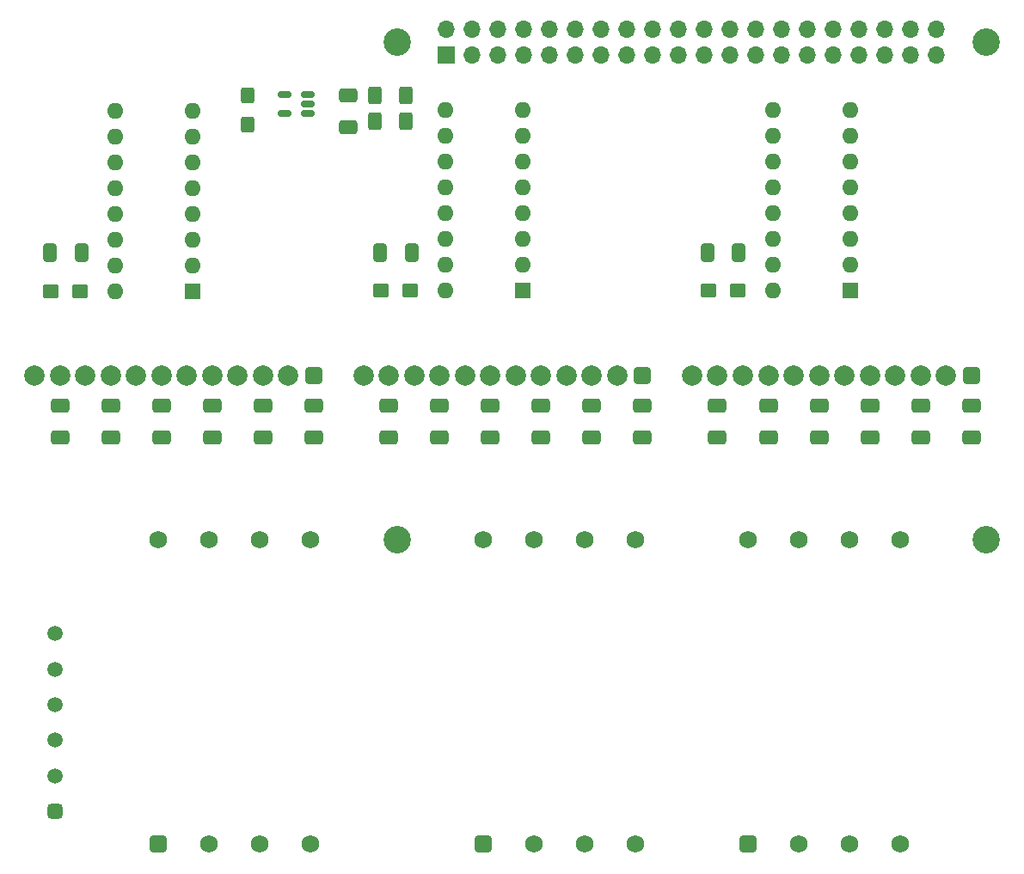
<source format=gbs>
G04 #@! TF.GenerationSoftware,KiCad,Pcbnew,(6.0.8)*
G04 #@! TF.CreationDate,2022-10-16T23:30:33+02:00*
G04 #@! TF.ProjectId,RPiWattMeterHatv3,52506957-6174-4744-9d65-746572486174,rev?*
G04 #@! TF.SameCoordinates,Original*
G04 #@! TF.FileFunction,Soldermask,Bot*
G04 #@! TF.FilePolarity,Negative*
%FSLAX45Y45*%
G04 Gerber Fmt 4.5, Leading zero omitted, Abs format (unit mm)*
G04 Created by KiCad (PCBNEW (6.0.8)) date 2022-10-16 23:30:33*
%MOMM*%
%LPD*%
G01*
G04 APERTURE LIST*
G04 Aperture macros list*
%AMRoundRect*
0 Rectangle with rounded corners*
0 $1 Rounding radius*
0 $2 $3 $4 $5 $6 $7 $8 $9 X,Y pos of 4 corners*
0 Add a 4 corners polygon primitive as box body*
4,1,4,$2,$3,$4,$5,$6,$7,$8,$9,$2,$3,0*
0 Add four circle primitives for the rounded corners*
1,1,$1+$1,$2,$3*
1,1,$1+$1,$4,$5*
1,1,$1+$1,$6,$7*
1,1,$1+$1,$8,$9*
0 Add four rect primitives between the rounded corners*
20,1,$1+$1,$2,$3,$4,$5,0*
20,1,$1+$1,$4,$5,$6,$7,0*
20,1,$1+$1,$6,$7,$8,$9,0*
20,1,$1+$1,$8,$9,$2,$3,0*%
G04 Aperture macros list end*
%ADD10RoundRect,0.250000X-0.425000X0.537500X-0.425000X-0.537500X0.425000X-0.537500X0.425000X0.537500X0*%
%ADD11RoundRect,0.250000X0.412500X0.650000X-0.412500X0.650000X-0.412500X-0.650000X0.412500X-0.650000X0*%
%ADD12RoundRect,0.250000X0.537500X0.425000X-0.537500X0.425000X-0.537500X-0.425000X0.537500X-0.425000X0*%
%ADD13R,1.600000X1.600000*%
%ADD14O,1.600000X1.600000*%
%ADD15C,1.750000*%
%ADD16RoundRect,0.437500X0.437500X-0.437500X0.437500X0.437500X-0.437500X0.437500X-0.437500X-0.437500X0*%
%ADD17RoundRect,0.437500X0.437500X0.437500X-0.437500X0.437500X-0.437500X-0.437500X0.437500X-0.437500X0*%
%ADD18C,2.000000*%
%ADD19RoundRect,0.250000X-0.650000X0.412500X-0.650000X-0.412500X0.650000X-0.412500X0.650000X0.412500X0*%
%ADD20RoundRect,0.250000X0.650000X-0.412500X0.650000X0.412500X-0.650000X0.412500X-0.650000X-0.412500X0*%
%ADD21C,2.700000*%
%ADD22C,1.500000*%
%ADD23RoundRect,0.375000X0.375000X-0.375000X0.375000X0.375000X-0.375000X0.375000X-0.375000X-0.375000X0*%
%ADD24O,1.700000X1.700000*%
%ADD25R,1.700000X1.700000*%
%ADD26RoundRect,0.150000X0.512500X0.150000X-0.512500X0.150000X-0.512500X-0.150000X0.512500X-0.150000X0*%
%ADD27RoundRect,0.250000X0.400000X0.625000X-0.400000X0.625000X-0.400000X-0.625000X0.400000X-0.625000X0*%
%ADD28RoundRect,0.250000X-0.400000X-0.625000X0.400000X-0.625000X0.400000X0.625000X-0.400000X0.625000X0*%
G04 APERTURE END LIST*
D10*
X8877000Y-5273250D03*
X8877000Y-5560750D03*
D11*
X7243250Y-6827000D03*
X6930750Y-6827000D03*
D12*
X13705750Y-7192000D03*
X13418250Y-7192000D03*
X10480750Y-7192000D03*
X10193250Y-7192000D03*
X7230750Y-7202000D03*
X6943250Y-7202000D03*
D13*
X11592000Y-7192000D03*
D14*
X11592000Y-6938000D03*
X11592000Y-6684000D03*
X11592000Y-6430000D03*
X11592000Y-6176000D03*
X11592000Y-5922000D03*
X11592000Y-5668000D03*
X11592000Y-5414000D03*
X10830000Y-5414000D03*
X10830000Y-5668000D03*
X10830000Y-5922000D03*
X10830000Y-6176000D03*
X10830000Y-6430000D03*
X10830000Y-6684000D03*
X10830000Y-6938000D03*
X10830000Y-7192000D03*
D15*
X11197000Y-9652000D03*
X11697000Y-9652000D03*
X12197000Y-9652000D03*
X12697000Y-9652000D03*
X12697000Y-12652000D03*
X12197000Y-12652000D03*
X11697000Y-12652000D03*
D16*
X11197000Y-12652000D03*
D17*
X12770000Y-8037000D03*
D18*
X12520000Y-8037000D03*
X12270000Y-8037000D03*
X12020000Y-8037000D03*
X11770000Y-8037000D03*
X11520000Y-8037000D03*
X11270000Y-8037000D03*
X11020000Y-8037000D03*
X10770000Y-8037000D03*
X10520000Y-8037000D03*
X10270000Y-8037000D03*
X10020000Y-8037000D03*
D11*
X10180750Y-6827000D03*
X10493250Y-6827000D03*
D19*
X10270000Y-8330750D03*
X10270000Y-8643250D03*
X10770000Y-8643250D03*
X10770000Y-8330750D03*
X11270000Y-8643250D03*
X11270000Y-8330750D03*
D20*
X11770000Y-8330750D03*
X11770000Y-8643250D03*
X12270000Y-8330750D03*
X12270000Y-8643250D03*
X12770000Y-8330750D03*
X12770000Y-8643250D03*
D13*
X8342000Y-7202000D03*
D14*
X8342000Y-6948000D03*
X8342000Y-6694000D03*
X8342000Y-6440000D03*
X8342000Y-6186000D03*
X8342000Y-5932000D03*
X8342000Y-5678000D03*
X8342000Y-5424000D03*
X7580000Y-5424000D03*
X7580000Y-5678000D03*
X7580000Y-5932000D03*
X7580000Y-6186000D03*
X7580000Y-6440000D03*
X7580000Y-6694000D03*
X7580000Y-6948000D03*
X7580000Y-7202000D03*
D15*
X7997000Y-9652000D03*
X8497000Y-9652000D03*
X8997000Y-9652000D03*
X9497000Y-9652000D03*
X9497000Y-12652000D03*
X8997000Y-12652000D03*
X8497000Y-12652000D03*
D16*
X7997000Y-12652000D03*
D18*
X6782000Y-8037088D03*
X7032000Y-8037088D03*
X7282000Y-8037088D03*
X7532000Y-8037088D03*
X7782000Y-8037088D03*
X8032000Y-8037088D03*
X8282000Y-8037088D03*
X8532000Y-8037088D03*
X8782000Y-8037088D03*
X9032000Y-8037088D03*
X9282000Y-8037088D03*
D17*
X9532000Y-8037088D03*
D20*
X9532000Y-8640750D03*
X9532000Y-8328250D03*
D19*
X7031635Y-8328250D03*
X7031635Y-8640750D03*
X7532000Y-8328250D03*
X7532000Y-8640750D03*
D20*
X9032000Y-8640750D03*
X9032000Y-8328250D03*
D19*
X8032000Y-8328250D03*
X8032000Y-8640750D03*
D20*
X8532000Y-8640750D03*
X8532000Y-8328250D03*
D21*
X16150000Y-4750000D03*
D22*
X6987000Y-10577000D03*
X6987000Y-10927000D03*
X6987000Y-11277000D03*
X6987000Y-11627000D03*
X6987000Y-11977000D03*
D23*
X6987000Y-12327000D03*
D16*
X13807000Y-12652000D03*
D15*
X14307000Y-12652000D03*
X14807000Y-12652000D03*
X15307000Y-12652000D03*
X15307000Y-9652000D03*
X14807000Y-9652000D03*
X14307000Y-9652000D03*
X13807000Y-9652000D03*
D21*
X10350000Y-9650000D03*
D14*
X14055000Y-7192000D03*
X14055000Y-6938000D03*
X14055000Y-6684000D03*
X14055000Y-6430000D03*
X14055000Y-6176000D03*
X14055000Y-5922000D03*
X14055000Y-5668000D03*
X14055000Y-5414000D03*
X14817000Y-5414000D03*
X14817000Y-5668000D03*
X14817000Y-5922000D03*
X14817000Y-6176000D03*
X14817000Y-6430000D03*
X14817000Y-6684000D03*
X14817000Y-6938000D03*
D13*
X14817000Y-7192000D03*
D21*
X10350000Y-4750000D03*
X16150000Y-9650000D03*
D18*
X13257000Y-8037000D03*
X13507000Y-8037000D03*
X13757000Y-8037000D03*
X14007000Y-8037000D03*
X14257000Y-8037000D03*
X14507000Y-8037000D03*
X14757000Y-8037000D03*
X15007000Y-8037000D03*
X15257000Y-8037000D03*
X15507000Y-8037000D03*
X15757000Y-8037000D03*
D17*
X16007000Y-8037000D03*
D24*
X15663000Y-4623000D03*
X15663000Y-4877000D03*
X15409000Y-4623000D03*
X15409000Y-4877000D03*
X15155000Y-4623000D03*
X15155000Y-4877000D03*
X14901000Y-4623000D03*
X14901000Y-4877000D03*
X14647000Y-4623000D03*
X14647000Y-4877000D03*
X14393000Y-4623000D03*
X14393000Y-4877000D03*
X14139000Y-4623000D03*
X14139000Y-4877000D03*
X13885000Y-4623000D03*
X13885000Y-4877000D03*
X13631000Y-4623000D03*
X13631000Y-4877000D03*
X13377000Y-4623000D03*
X13377000Y-4877000D03*
X13123000Y-4623000D03*
X13123000Y-4877000D03*
X12869000Y-4623000D03*
X12869000Y-4877000D03*
X12615000Y-4623000D03*
X12615000Y-4877000D03*
X12361000Y-4623000D03*
X12361000Y-4877000D03*
X12107000Y-4623000D03*
X12107000Y-4877000D03*
X11853000Y-4623000D03*
X11853000Y-4877000D03*
X11599000Y-4623000D03*
X11599000Y-4877000D03*
X11345000Y-4623000D03*
X11345000Y-4877000D03*
X11091000Y-4623000D03*
X11091000Y-4877000D03*
X10837000Y-4623000D03*
D25*
X10837000Y-4877000D03*
D26*
X9243250Y-5262000D03*
X9243250Y-5452000D03*
X9470750Y-5452000D03*
X9470750Y-5357000D03*
X9470750Y-5262000D03*
D11*
X13718250Y-6827000D03*
X13405750Y-6827000D03*
D19*
X13507000Y-8643250D03*
X13507000Y-8330750D03*
D20*
X15507000Y-8330750D03*
X15507000Y-8643250D03*
D27*
X10132000Y-5527000D03*
X10442000Y-5527000D03*
D20*
X15007000Y-8330750D03*
X15007000Y-8643250D03*
D19*
X9867000Y-5588250D03*
X9867000Y-5275750D03*
X14507000Y-8643250D03*
X14507000Y-8330750D03*
D28*
X10442000Y-5277000D03*
X10132000Y-5277000D03*
D19*
X14007000Y-8643250D03*
X14007000Y-8330750D03*
D20*
X16007000Y-8330750D03*
X16007000Y-8643250D03*
M02*

</source>
